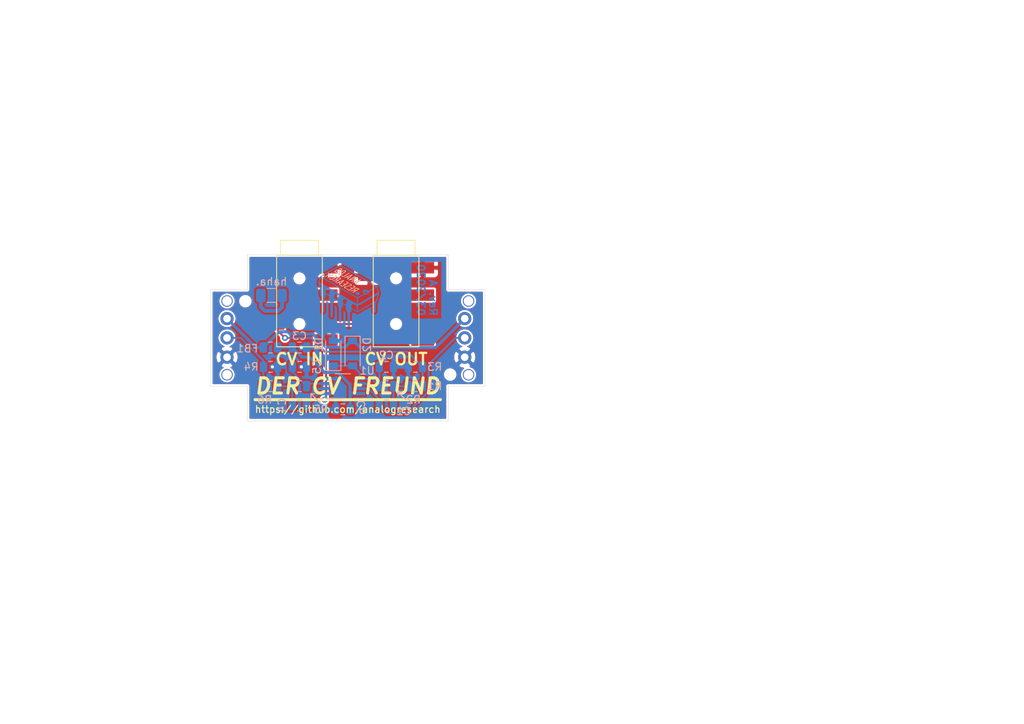
<source format=kicad_pcb>
(kicad_pcb (version 20171130) (host pcbnew "(5.1.4-0-10_14)")
  (layers (0 F.Cu signal) (31 B.Cu signal) (34 B.Paste user) (35 F.Paste user) (36 B.SilkS user) (37 F.SilkS user) (38 B.Mask user) (39 F.Mask user) (44 Edge.Cuts user))
  (net 0 "")
  (net 1 "Net-(C2-Pad2)")
  (net 2 GND)
  (net 3 "Net-(C4-Pad2)")
  (net 4 VCCQ)
  (net 5 VCC)
  (net 6 "Net-(J4-Pad2)")
  (net 7 "Net-(J1-PadR)")
  (net 8 "Net-(C1-Pad2)")
  (net 9 "Net-(C1-Pad1)")
  (net 10 "Net-(C4-Pad1)")
  (net 11 "Net-(C5-Pad2)")
  (net 12 "Net-(J1-PadT)")
  (net 13 "Net-(J3-PadTN)")
  (net 14 "Net-(J3-PadR)")
  (net 15 "Net-(R0-Pad1)")
  (module Resistor_SMD:R_1206_3216Metric (layer B.Cu) (at 116.97 83.312)
    (fp_text reference R0 hide)
    (fp_text value haha. (at 0 -1.82) (layer B.SilkS) (effects (justify mirror)))
    (pad 2 smd roundrect (at 1.4 0) (size 1.25 1.75) (layers B.Cu B.Paste B.Mask) (roundrect_rratio 0.2) (net 15 "Net-(R0-Pad1)"))
    (pad 1 smd roundrect (at -1.4 0) (size 1.25 1.75) (layers B.Cu B.Paste B.Mask) (roundrect_rratio 0.2) (net 15 "Net-(R0-Pad1)"))
  )
  (module stef:logo-analogresearch-10mm (layer B.Cu) (at 127 83.312 180)
    (fp_text reference Ref** hide)
    (fp_text value Val** hide)
    (fp_poly (pts (xy 0.994283 4.002823) (xy 1.02328 3.990577) (xy 1.069484 3.967825) (xy 1.133964 3.933973) (xy 1.217788 3.888425) (xy 1.322027 3.830586) (xy 1.447749 3.759859) (xy 1.596023 3.675651) (xy 1.767918 3.577364) (xy 1.964504 3.464404) (xy 2.18685 3.336176) (xy 2.301955 3.269655) (xy 2.48834 3.161822) (xy 2.666971 3.058365) (xy 2.835925 2.960407) (xy 2.993275 2.869066) (xy 3.137099 2.785465) (xy 3.26547 2.710724) (xy 3.376464 2.645965) (xy 3.468156 2.592307) (xy 3.538621 2.550873) (xy 3.585936 2.522782) (xy 3.608174 2.509157) (xy 3.609606 2.508126) (xy 3.617878 2.489815) (xy 3.633856 2.445333) (xy 3.656141 2.378926) (xy 3.683331 2.294841) (xy 3.714027 2.197322) (xy 3.740575 2.111145) (xy 3.781002 1.978303) (xy 3.812556 1.870068) (xy 3.835316 1.780584) (xy 3.849362 1.703997) (xy 3.854772 1.63445) (xy 3.851625 1.566089) (xy 3.840001 1.493057) (xy 3.819978 1.409501) (xy 3.791635 1.309564) (xy 3.755052 1.187392) (xy 3.753128 1.180996) (xy 3.722098 1.079902) (xy 3.692731 0.988154) (xy 3.666629 0.910445) (xy 3.64539 0.85147) (xy 3.630615 0.815923) (xy 3.626128 0.808375) (xy 3.618646 0.794171) (xy 3.612938 0.767928) (xy 3.608795 0.72601) (xy 3.60601 0.664782) (xy 3.604376 0.580609) (xy 3.603684 0.469853) (xy 3.603625 0.414587) (xy 3.603625 0.045861) (xy 3.515386 -0.104069) (xy 3.478424 -0.164691) (xy 3.446185 -0.213559) (xy 3.42253 -0.245062) (xy 3.412198 -0.254) (xy 3.409034 -0.269614) (xy 3.406191 -0.315416) (xy 3.403695 -0.389846) (xy 3.40157 -0.491343) (xy 3.39984 -0.618346) (xy 3.398531 -0.769295) (xy 3.397667 -0.942629) (xy 3.397273 -1.136788) (xy 3.39725 -1.199606) (xy 3.396967 -1.426223) (xy 3.396124 -1.623797) (xy 3.394726 -1.791924) (xy 3.392782 -1.930205) (xy 3.390297 -2.038235) (xy 3.387278 -2.115615) (xy 3.383732 -2.161941) (xy 3.380844 -2.175866) (xy 3.356871 -2.201939) (xy 3.316623 -2.230278) (xy 3.301153 -2.238807) (xy 3.237867 -2.271092) (xy 3.168652 -2.230529) (xy 3.119802 -2.195483) (xy 3.0948 -2.15894) (xy 3.089593 -2.140749) (xy 3.087749 -2.115955) (xy 3.086011 -2.062476) (xy 3.084411 -1.983378) (xy 3.082983 -1.881726) (xy 3.08176 -1.760585) (xy 3.080775 -1.62302) (xy 3.08006 -1.472098) (xy 3.079649 -1.310882) (xy 3.079561 -1.208484) (xy 3.079373 -0.325437) (xy 2.984311 -0.273221) (xy 2.88925 -0.221005) (xy 2.88925 -0.039065) (xy 2.888471 0.032679) (xy 2.886354 0.09109) (xy 2.883228 0.129891) (xy 2.879692 0.142875) (xy 2.86323 0.135363) (xy 2.824495 0.114719) (xy 2.768658 0.08378) (xy 2.700887 0.045385) (xy 2.673317 0.029567) (xy 2.4765 -0.083741) (xy 2.4765 -0.61815) (xy 2.397029 -0.752697) (xy 2.36154 -0.811143) (xy 2.330721 -0.858917) (xy 2.308848 -0.88954) (xy 2.301779 -0.896996) (xy 2.298109 -0.915117) (xy 2.294834 -0.964142) (xy 2.291971 -1.043228) (xy 2.289534 -1.151533) (xy 2.28754 -1.288212) (xy 2.286005 -1.452423) (xy 2.284943 -1.643323) (xy 2.284417 -1.83053) (xy 2.283943 -1.999965) (xy 2.283137 -2.160705) (xy 2.282038 -2.309803) (xy 2.280685 -2.444311) (xy 2.279117 -2.56128) (xy 2.277371 -2.657764) (xy 2.275487 -2.730813) (xy 2.273502 -2.77748) (xy 2.271826 -2.794) (xy 2.248316 -2.830106) (xy 2.2015 -2.866231) (xy 2.191804 -2.871825) (xy 2.122791 -2.909963) (xy 2.054633 -2.87273) (xy 2.012542 -2.844285) (xy 1.983749 -2.814741) (xy 1.977704 -2.802842) (xy 1.976077 -2.781269) (xy 1.974539 -2.730911) (xy 1.973121 -2.654734) (xy 1.971851 -2.555703) (xy 1.970757 -2.436783) (xy 1.969868 -2.30094) (xy 1.969213 -2.15114) (xy 1.96882 -1.990346) (xy 1.968716 -1.872662) (xy 1.9685 -0.975137) (xy 1.865312 -0.915789) (xy 1.762125 -0.856441) (xy 1.762125 -0.68222) (xy 1.761443 -0.612135) (xy 1.759595 -0.555521) (xy 1.756877 -0.518792) (xy 1.754104 -0.508) (xy 1.738182 -0.515446) (xy 1.699854 -0.535917) (xy 1.644239 -0.566609) (xy 1.576454 -0.604719) (xy 1.547729 -0.621041) (xy 1.349375 -0.734082) (xy 1.349375 -1.267015) (xy 1.269415 -1.402869) (xy 1.23393 -1.461579) (xy 1.203171 -1.509586) (xy 1.181354 -1.540458) (xy 1.174165 -1.548173) (xy 1.170788 -1.566008) (xy 1.167783 -1.614177) (xy 1.165173 -1.691264) (xy 1.162982 -1.795855) (xy 1.161233 -1.926535) (xy 1.15995 -2.081889) (xy 1.159156 -2.260502) (xy 1.158875 -2.46096) (xy 1.158875 -2.467515) (xy 1.158698 -2.636104) (xy 1.15819 -2.796343) (xy 1.157384 -2.94521) (xy 1.156311 -3.079681) (xy 1.155003 -3.196733) (xy 1.153494 -3.293344) (xy 1.151815 -3.36649) (xy 1.149999 -3.413149) (xy 1.148584 -3.428857) (xy 1.132103 -3.469343) (xy 1.096064 -3.505489) (xy 1.066601 -3.525774) (xy 0.994908 -3.57124) (xy 0.937985 -3.537372) (xy 0.896743 -3.509869) (xy 0.865762 -3.484083) (xy 0.861218 -3.479093) (xy 0.856799 -3.466721) (xy 0.853033 -3.439985) (xy 0.84988 -3.396881) (xy 0.847297 -3.335407) (xy 0.845241 -3.253561) (xy 0.84367 -3.14934) (xy 0.842541 -3.02074) (xy 0.841813 -2.865761) (xy 0.841443 -2.682398) (xy 0.841375 -2.540347) (xy 0.841375 -1.626012) (xy 0.738187 -1.566664) (xy 0.635 -1.507316) (xy 0.635 -1.331772) (xy 0.633797 -1.261141) (xy 0.630522 -1.205396) (xy 0.625671 -1.170451) (xy 0.620675 -1.16152) (xy 0.602159 -1.170885) (xy 0.561601 -1.192776) (xy 0.504617 -1.224125) (xy 0.436818 -1.261862) (xy 0.422287 -1.27) (xy 0.238224 -1.373187) (xy 0.238174 -1.635456) (xy 0.238125 -1.897726) (xy 0.164704 -2.024394) (xy 0.128536 -2.0848) (xy 0.094708 -2.137842) (xy 0.068678 -2.175081) (xy 0.061517 -2.183835) (xy 0.055212 -2.191995) (xy 0.049864 -2.203147) (xy 0.045396 -2.21979) (xy 0.041727 -2.244424) (xy 0.038781 -2.279551) (xy 0.036477 -2.327669) (xy 0.034738 -2.391279) (xy 0.033485 -2.472881) (xy 0.032639 -2.574976) (xy 0.032121 -2.700062) (xy 0.031854 -2.850642) (xy 0.031758 -3.029213) (xy 0.03175 -3.130382) (xy 0.031587 -3.299185) (xy 0.03112 -3.459524) (xy 0.030378 -3.608398) (xy 0.02939 -3.742809) (xy 0.028187 -3.859759) (xy 0.026798 -3.956246) (xy 0.025252 -4.029274) (xy 0.02358 -4.075842) (xy 0.022235 -4.091728) (xy 0.001183 -4.135567) (xy -0.045868 -4.172224) (xy -0.047395 -4.173088) (xy -0.096687 -4.197687) (xy -0.133841 -4.204025) (xy -0.172725 -4.192054) (xy -0.208808 -4.172517) (xy -0.257028 -4.133089) (xy -0.276277 -4.091523) (xy -0.278045 -4.067098) (xy -0.279706 -4.013975) (xy -0.281229 -3.935205) (xy -0.282582 -3.833838) (xy -0.283736 -3.712928) (xy -0.284658 -3.575524) (xy -0.285317 -3.424678) (xy -0.285684 -3.263442) (xy -0.28575 -3.158215) (xy -0.28575 -2.272274) (xy -0.380539 -2.220163) (xy -0.475328 -2.168053) (xy -0.479758 -1.981319) (xy -0.484188 -1.794586) (xy -0.871088 -2.016223) (xy -0.971601 -2.073418) (xy -1.0631 -2.124747) (xy -1.142002 -2.16826) (xy -1.204719 -2.202003) (xy -1.247668 -2.224025) (xy -1.267263 -2.232373) (xy -1.267963 -2.232327) (xy -1.283495 -2.223423) (xy -1.323495 -2.200412) (xy -1.384926 -2.165043) (xy -1.464751 -2.119067) (xy -1.526876 -2.083276) (xy -1.2065 -2.083276) (xy -1.170782 -2.060415) (xy -1.147183 -2.046274) (xy -1.100317 -2.018982) (xy -1.034535 -1.981043) (xy -0.954191 -1.934963) (xy -0.863637 -1.883248) (xy -0.805657 -1.850238) (xy -0.47625 -1.662924) (xy -0.47625 -1.505787) (xy -0.476734 -1.433132) (xy -0.479871 -1.381909) (xy -0.488188 -1.341801) (xy -0.504212 -1.302489) (xy -0.530472 -1.253656) (xy -0.543719 -1.230351) (xy -0.577388 -1.175338) (xy -0.608403 -1.131672) (xy -0.631551 -1.106466) (xy -0.636794 -1.103334) (xy -0.659159 -1.108138) (xy -0.705124 -1.127813) (xy -0.771211 -1.160646) (xy -0.853945 -1.204925) (xy -0.93388 -1.249777) (xy -1.205362 -1.404937) (xy -1.205931 -1.744107) (xy -1.2065 -2.083276) (xy -1.526876 -2.083276) (xy -1.559931 -2.064233) (xy -1.667428 -2.002291) (xy -1.784205 -1.93499) (xy -1.808999 -1.9207) (xy -1.927897 -1.852474) (xy -2.038776 -1.789433) (xy -2.138499 -1.733319) (xy -2.223927 -1.685871) (xy -2.291921 -1.64883) (xy -2.339343 -1.623937) (xy -2.363055 -1.612932) (xy -2.364624 -1.612554) (xy -2.403577 -1.601027) (xy -2.45286 -1.576437) (xy -2.498758 -1.546453) (xy -2.524125 -1.523371) (xy -2.543638 -1.50824) (xy -2.587065 -1.479725) (xy -2.650697 -1.440092) (xy -2.730824 -1.391608) (xy -2.823736 -1.33654) (xy -2.925724 -1.277156) (xy -2.948782 -1.263869) (xy -3.349625 -1.033319) (xy -3.350741 -1.584253) (xy -3.351316 -1.714432) (xy -3.352443 -1.835259) (xy -3.354042 -1.942877) (xy -3.356032 -2.033428) (xy -3.358329 -2.103053) (xy -3.360853 -2.147894) (xy -3.362997 -2.163371) (xy -3.382825 -2.188379) (xy -3.41966 -2.218224) (xy -3.437164 -2.229594) (xy -3.500191 -2.267633) (xy -3.57439 -2.225924) (xy -3.625019 -2.191878) (xy -3.651412 -2.158094) (xy -3.657857 -2.137873) (xy -3.659916 -2.112015) (xy -3.661816 -2.05815) (xy -3.663506 -1.980022) (xy -3.664932 -1.881372) (xy -3.666044 -1.765944) (xy -3.666789 -1.63748) (xy -3.667115 -1.499724) (xy -3.667126 -1.47009) (xy -3.667126 -0.848649) (xy -3.738563 -0.809625) (xy -3.778945 -0.787173) (xy -3.804844 -0.772019) (xy -3.81 -0.768374) (xy -3.814433 -0.753227) (xy -3.827012 -0.711277) (xy -3.846657 -0.646098) (xy -3.872287 -0.561269) (xy -3.902822 -0.460364) (xy -3.937183 -0.34696) (xy -3.960813 -0.269043) (xy -4.007335 -0.113969) (xy -4.044381 0.01358) (xy -4.067849 0.09885) (xy -3.948854 0.09885) (xy -3.945688 0.080317) (xy -3.934322 0.036531) (xy -3.916281 -0.02754) (xy -3.893089 -0.106927) (xy -3.866273 -0.196659) (xy -3.837356 -0.291767) (xy -3.807864 -0.387281) (xy -3.779322 -0.478232) (xy -3.753254 -0.55965) (xy -3.731187 -0.626565) (xy -3.714644 -0.674009) (xy -3.70515 -0.69701) (xy -3.70427 -0.698207) (xy -3.688599 -0.70796) (xy -3.647652 -0.732213) (xy -3.583686 -0.769659) (xy -3.498958 -0.818987) (xy -3.395725 -0.878889) (xy -3.276245 -0.948056) (xy -3.142776 -1.02518) (xy -2.997575 -1.108952) (xy -2.842899 -1.198063) (xy -2.738438 -1.258176) (xy -2.571516 -1.354199) (xy -2.407016 -1.448844) (xy -2.247925 -1.540392) (xy -2.09723 -1.627122) (xy -1.957917 -1.707317) (xy -1.832975 -1.779255) (xy -1.725391 -1.841217) (xy -1.638151 -1.891484) (xy -1.574242 -1.928336) (xy -1.55575 -1.93901) (xy -1.325563 -2.071959) (xy -1.321272 -1.740093) (xy -1.320189 -1.641036) (xy -1.319609 -1.553406) (xy -1.319532 -1.481924) (xy -1.319958 -1.431308) (xy -1.320887 -1.406275) (xy -1.321272 -1.404451) (xy -1.338545 -1.393373) (xy -1.380718 -1.368153) (xy -1.445487 -1.330111) (xy -1.530552 -1.280563) (xy -1.633608 -1.220826) (xy -1.752355 -1.152217) (xy -1.88449 -1.076054) (xy -2.027709 -0.993654) (xy -2.179713 -0.906334) (xy -2.338197 -0.815411) (xy -2.500859 -0.722203) (xy -2.665398 -0.628026) (xy -2.829511 -0.534199) (xy -2.990895 -0.442037) (xy -3.147249 -0.352858) (xy -3.296269 -0.26798) (xy -3.435655 -0.18872) (xy -3.563103 -0.116394) (xy -3.676311 -0.052321) (xy -3.772977 0.002184) (xy -3.850799 0.045802) (xy -3.907474 0.077216) (xy -3.9407 0.095109) (xy -3.948854 0.09885) (xy -4.067849 0.09885) (xy -4.072615 0.116165) (xy -4.0927 0.196349) (xy -4.105299 0.256695) (xy -4.108431 0.280057) (xy -3.995611 0.280057) (xy -3.987348 0.268754) (xy -3.957767 0.247344) (xy -3.918761 0.223667) (xy -3.892612 0.20866) (xy -3.841096 0.178964) (xy -3.766325 0.1358) (xy -3.670409 0.080388) (xy -3.555459 0.013947) (xy -3.423586 -0.0623) (xy -3.2769 -0.147135) (xy -3.117511 -0.239337) (xy -2.947531 -0.337686) (xy -2.76907 -0.44096) (xy -2.587625 -0.54598) (xy -2.404824 -0.651713) (xy -2.229766 -0.75281) (xy -2.064411 -0.848146) (xy -1.910722 -0.936599) (xy -1.77066 -1.017044) (xy -1.646186 -1.088359) (xy -1.539262 -1.149418) (xy -1.451849 -1.199099) (xy -1.385909 -1.236277) (xy -1.343403 -1.25983) (xy -1.326293 -1.268634) (xy -1.32613 -1.268667) (xy -1.325964 -1.268262) (xy -1.208182 -1.268262) (xy -1.19879 -1.267838) (xy -1.168083 -1.253776) (xy -1.114554 -1.225323) (xy -1.036693 -1.181727) (xy -0.951356 -1.132838) (xy -0.874444 -1.087814) (xy -0.808788 -1.048105) (xy -0.758659 -1.016396) (xy -0.728324 -0.995376) (xy -0.721255 -0.987953) (xy -0.736319 -0.993199) (xy -0.773263 -1.011483) (xy -0.826611 -1.039726) (xy -0.890887 -1.07485) (xy -0.960616 -1.113778) (xy -1.03032 -1.153431) (xy -1.094525 -1.190731) (xy -1.147754 -1.222601) (xy -1.184531 -1.245961) (xy -1.197769 -1.255802) (xy -1.208182 -1.268262) (xy -1.325964 -1.268262) (xy -1.323105 -1.261325) (xy -1.334067 -1.248557) (xy -1.352182 -1.236511) (xy -1.395156 -1.210332) (xy -1.460699 -1.171334) (xy -1.546521 -1.120833) (xy -1.650333 -1.060143) (xy -1.769844 -0.99058) (xy -1.902766 -0.913459) (xy -2.046809 -0.830095) (xy -2.199682 -0.741802) (xy -2.359097 -0.649896) (xy -2.522762 -0.555693) (xy -2.68839 -0.460506) (xy -2.853689 -0.365651) (xy -3.016371 -0.272444) (xy -3.174145 -0.182198) (xy -3.324722 -0.09623) (xy -3.465812 -0.015854) (xy -3.595126 0.057614) (xy -3.710373 0.12286) (xy -3.809264 0.178569) (xy -3.88951 0.223425) (xy -3.94882 0.256113) (xy -3.984905 0.275319) (xy -3.995611 0.280057) (xy -4.108431 0.280057) (xy -4.111074 0.299764) (xy -4.111625 0.313601) (xy -4.107951 0.35594) (xy -4.096504 0.416962) (xy -4.096067 0.418773) (xy -3.977352 0.418773) (xy -3.976784 0.415471) (xy -3.961804 0.406179) (xy -3.921219 0.382131) (xy -3.856928 0.344429) (xy -3.770829 0.294177) (xy -3.664823 0.232479) (xy -3.540808 0.160436) (xy -3.400684 0.079152) (xy -3.246351 -0.01027) (xy -3.079708 -0.106726) (xy -2.902654 -0.209115) (xy -2.717088 -0.316332) (xy -2.645855 -0.357465) (xy -1.325563 -1.119744) (xy -1.321305 -0.739548) (xy -1.320603 -0.632696) (xy -1.320914 -0.536514) (xy -1.322145 -0.455516) (xy -1.324207 -0.394218) (xy -1.327007 -0.357134) (xy -1.328068 -0.352841) (xy -1.2065 -0.352841) (xy -1.2065 -1.129714) (xy -1.154907 -1.098643) (xy -1.128959 -1.083329) (xy -1.079201 -1.054249) (xy -1.009302 -1.013536) (xy -0.922934 -0.963327) (xy -0.823767 -0.905754) (xy -0.715472 -0.842954) (xy -0.642938 -0.800929) (xy -0.521384 -0.730558) (xy -0.450938 -0.689807) (xy 0.034806 -0.689807) (xy 0.097396 -0.764563) (xy 0.140839 -0.831207) (xy 0.180431 -0.918344) (xy 0.212293 -1.014719) (xy 0.232548 -1.109077) (xy 0.237791 -1.172104) (xy 0.240946 -1.212422) (xy 0.248523 -1.234234) (xy 0.252706 -1.235604) (xy 0.271317 -1.226218) (xy 0.311932 -1.204277) (xy 0.368926 -1.172861) (xy 0.43667 -1.135054) (xy 0.450786 -1.127125) (xy 0.634284 -1.023937) (xy 0.634331 -0.849312) (xy 0.633983 -0.772256) (xy 0.631631 -0.718136) (xy 0.625386 -0.678136) (xy 0.613359 -0.643442) (xy 0.593661 -0.60524) (xy 0.575157 -0.573165) (xy 0.542981 -0.521373) (xy 0.513715 -0.48007) (xy 0.493287 -0.457566) (xy 0.492125 -0.456771) (xy 0.473817 -0.455504) (xy 0.439576 -0.466729) (xy 0.386466 -0.491779) (xy 0.311548 -0.531985) (xy 0.251559 -0.565853) (xy 0.034806 -0.689807) (xy -0.450938 -0.689807) (xy -0.398317 -0.659368) (xy -0.29269 -0.598313) (xy -0.058049 -0.598313) (xy -0.057065 -0.602788) (xy -0.052553 -0.60325) (xy -0.033321 -0.595659) (xy 0.00826 -0.574675) (xy 0.067164 -0.542983) (xy 0.138362 -0.503267) (xy 0.189529 -0.474028) (xy 0.264029 -0.430385) (xy 0.327127 -0.392121) (xy 0.374428 -0.362006) (xy 0.401539 -0.342812) (xy 0.406162 -0.337371) (xy 0.390517 -0.342165) (xy 0.352431 -0.360342) (xy 0.296914 -0.389334) (xy 0.228976 -0.426569) (xy 0.195394 -0.445495) (xy 0.100676 -0.499548) (xy 0.030846 -0.540027) (xy -0.016968 -0.568762) (xy -0.045642 -0.587581) (xy -0.058049 -0.598313) (xy -0.29269 -0.598313) (xy -0.279122 -0.590471) (xy -0.16918 -0.526975) (xy -0.073877 -0.471991) (xy 0.001404 -0.428629) (xy 0.023812 -0.415748) (xy 0.14032 -0.348779) (xy 0.280918 -0.267879) (xy 0.44221 -0.175007) (xy 0.620799 -0.072122) (xy 0.674658 -0.041081) (xy 1.162989 -0.041081) (xy 1.223519 -0.116526) (xy 1.285758 -0.219082) (xy 1.326715 -0.344923) (xy 1.345943 -0.488099) (xy 1.352839 -0.603136) (xy 1.450326 -0.547287) (xy 1.517145 -0.509325) (xy 1.593781 -0.466248) (xy 1.654862 -0.432251) (xy 1.761912 -0.373062) (xy 1.762018 -0.201212) (xy 1.762125 -0.029363) (xy 1.695898 0.082113) (xy 1.662936 0.134837) (xy 1.63411 0.176028) (xy 1.614468 0.198613) (xy 1.61133 0.200628) (xy 1.591934 0.19546) (xy 1.550409 0.176597) (xy 1.491888 0.146618) (xy 1.421501 0.108104) (xy 1.377989 0.083292) (xy 1.162989 -0.041081) (xy 0.674658 -0.041081) (xy 0.813289 0.038817) (xy 0.837016 0.052497) (xy 1.068946 0.052497) (xy 1.069963 0.04806) (xy 1.074293 0.047625) (xy 1.093445 0.055176) (xy 1.135001 0.076051) (xy 1.193938 0.107582) (xy 1.265231 0.147102) (xy 1.316831 0.17639) (xy 1.391489 0.21987) (xy 1.454688 0.258052) (xy 1.502039 0.288172) (xy 1.529154 0.307466) (xy 1.533744 0.313047) (xy 1.517936 0.308413) (xy 1.479709 0.290368) (xy 1.424085 0.261473) (xy 1.356084 0.224287) (xy 1.322519 0.20538) (xy 1.227752 0.151298) (xy 1.157881 0.110793) (xy 1.110035 0.08204) (xy 1.081347 0.063216) (xy 1.068946 0.052497) (xy 0.837016 0.052497) (xy 1.016282 0.15585) (xy 1.226382 0.277017) (xy 1.440193 0.400361) (xy 1.654316 0.523922) (xy 1.798734 0.607284) (xy 2.285523 0.607284) (xy 2.349173 0.530259) (xy 2.409771 0.435973) (xy 2.450089 0.322937) (xy 2.47131 0.187644) (xy 2.473068 0.162776) (xy 2.479964 0.047739) (xy 2.577451 0.103588) (xy 2.64427 0.14155) (xy 2.720906 0.184627) (xy 2.781987 0.218624) (xy 2.889037 0.277813) (xy 2.889143 0.441044) (xy 2.888787 0.515032) (xy 2.886027 0.567143) (xy 2.8785 0.607251) (xy 2.863845 0.645228) (xy 2.839697 0.690947) (xy 2.821781 0.722501) (xy 2.78899 0.777149) (xy 2.760085 0.820308) (xy 2.739841 0.845018) (xy 2.735602 0.848055) (xy 2.716063 0.843017) (xy 2.674371 0.824322) (xy 2.615669 0.794531) (xy 2.5451 0.756206) (xy 2.501208 0.731334) (xy 2.285523 0.607284) (xy 1.798734 0.607284) (xy 1.865357 0.64574) (xy 1.948335 0.693653) (xy 2.19075 0.693653) (xy 2.202685 0.692229) (xy 2.232852 0.70501) (xy 2.250281 0.714694) (xy 2.287117 0.736245) (xy 2.343866 0.76917) (xy 2.412897 0.809053) (xy 2.486579 0.851475) (xy 2.489245 0.853007) (xy 2.555252 0.891818) (xy 2.60911 0.925178) (xy 2.645958 0.949947) (xy 2.660939 0.962985) (xy 2.660878 0.963914) (xy 2.64496 0.959442) (xy 2.607474 0.941529) (xy 2.553918 0.913333) (xy 2.489788 0.878016) (xy 2.42058 0.838736) (xy 2.351792 0.798653) (xy 2.28892 0.760928) (xy 2.23746 0.72872) (xy 2.202909 0.705189) (xy 2.19075 0.693653) (xy 1.948335 0.693653) (xy 2.069917 0.763856) (xy 2.2646 0.876311) (xy 2.446009 0.981146) (xy 2.587625 1.063028) (xy 2.738593 1.150329) (xy 2.886477 1.23582) (xy 2.913246 1.251291) (xy 3.429 1.251291) (xy 3.438609 1.231073) (xy 3.463239 1.196522) (xy 3.48371 1.171444) (xy 3.517841 1.124433) (xy 3.542706 1.077257) (xy 3.549076 1.057795) (xy 3.5613 1.010822) (xy 3.572461 0.995075) (xy 3.584602 1.010181) (xy 3.597794 1.048942) (xy 3.611515 1.095297) (xy 3.631167 1.161172) (xy 3.653499 1.235693) (xy 3.664996 1.273928) (xy 3.683359 1.337496) (xy 3.696238 1.387232) (xy 3.702164 1.417102) (xy 3.701261 1.422899) (xy 3.594746 1.362365) (xy 3.513848 1.314174) (xy 3.45938 1.278839) (xy 3.432154 1.256871) (xy 3.429 1.251291) (xy 2.913246 1.251291) (xy 3.02805 1.317639) (xy 3.066504 1.339856) (xy 3.302 1.339856) (xy 3.305659 1.334884) (xy 3.318996 1.337504) (xy 3.345552 1.349487) (xy 3.388865 1.372607) (xy 3.452477 1.408633) (xy 3.535112 1.456532) (xy 3.607916 1.499811) (xy 3.669877 1.538249) (xy 3.716267 1.568782) (xy 3.742355 1.588349) (xy 3.746336 1.593295) (xy 3.735313 1.596148) (xy 3.710781 1.584302) (xy 3.683996 1.568055) (xy 3.636049 1.539725) (xy 3.573307 1.503045) (xy 3.502135 1.461753) (xy 3.488531 1.453894) (xy 3.4204 1.414121) (xy 3.363422 1.380018) (xy 3.322617 1.354654) (xy 3.303008 1.341099) (xy 3.302 1.339856) (xy 3.066504 1.339856) (xy 3.160086 1.393922) (xy 3.279358 1.462805) (xy 3.382641 1.522425) (xy 3.466708 1.570918) (xy 3.528332 1.606422) (xy 3.551905 1.619975) (xy 3.618736 1.659845) (xy 3.67419 1.695787) (xy 3.71306 1.724211) (xy 3.730137 1.741529) (xy 3.730499 1.743032) (xy 3.726045 1.765343) (xy 3.713743 1.811743) (xy 3.695339 1.876516) (xy 3.672579 1.953945) (xy 3.647206 2.038313) (xy 3.620967 2.123904) (xy 3.595607 2.205) (xy 3.57287 2.275884) (xy 3.554501 2.330841) (xy 3.542247 2.364153) (xy 3.538749 2.371174) (xy 3.523975 2.364826) (xy 3.48315 2.343345) (xy 3.417683 2.307534) (xy 3.328984 2.258197) (xy 3.218461 2.196135) (xy 3.087525 2.122152) (xy 2.937585 2.037052) (xy 2.77005 1.941637) (xy 2.58633 1.83671) (xy 2.387835 1.723074) (xy 2.175973 1.601532) (xy 1.952154 1.472888) (xy 1.717789 1.337944) (xy 1.474285 1.197503) (xy 1.223053 1.052368) (xy 1.16022 1.016034) (xy -1.2065 -0.352841) (xy -1.328068 -0.352841) (xy -1.329243 -0.34809) (xy -1.347494 -0.335887) (xy -1.388949 -0.310645) (xy -1.449684 -0.274614) (xy -1.525778 -0.230044) (xy -1.613307 -0.179183) (xy -1.708351 -0.124282) (xy -1.806986 -0.06759) (xy -1.905289 -0.011357) (xy -1.99934 0.042168) (xy -2.085215 0.090735) (xy -2.158991 0.132094) (xy -2.216747 0.163997) (xy -2.254561 0.184192) (xy -2.268325 0.1905) (xy -2.280508 0.176627) (xy -2.288698 0.142987) (xy -2.288963 0.140508) (xy -2.294506 0.106123) (xy -2.3054 0.084151) (xy -2.32509 0.075292) (xy -2.357024 0.080242) (xy -2.404647 0.0997) (xy -2.471404 0.134362) (xy -2.560743 0.184927) (xy -2.588914 0.201241) (xy -2.833688 0.343375) (xy -2.833688 0.381) (xy -2.66685 0.381) (xy -2.65407 0.370442) (xy -2.620687 0.348901) (xy -2.573972 0.320599) (xy -2.521195 0.289755) (xy -2.469627 0.260592) (xy -2.426538 0.237329) (xy -2.399199 0.224187) (xy -2.394163 0.222701) (xy -2.385383 0.236257) (xy -2.378672 0.269858) (xy -2.378288 0.273535) (xy -2.371981 0.302896) (xy -2.355471 0.327172) (xy -2.322451 0.352926) (xy -2.273188 0.382921) (xy -2.222954 0.412582) (xy -2.184053 0.436505) (xy -2.164222 0.449919) (xy -2.163594 0.45049) (xy -2.17067 0.461663) (xy -2.199615 0.478675) (xy -2.216094 0.486148) (xy -2.252851 0.499321) (xy -2.288434 0.504488) (xy -2.333673 0.502045) (xy -2.397125 0.492762) (xy -2.455474 0.479649) (xy -2.518307 0.459999) (xy -2.578182 0.436897) (xy -2.627659 0.413425) (xy -2.659296 0.392667) (xy -2.66685 0.381) (xy -2.833688 0.381) (xy -2.833688 0.503707) (xy -2.714625 0.503707) (xy -2.702313 0.502793) (xy -2.67053 0.515389) (xy -2.639219 0.531614) (xy -2.587863 0.554559) (xy -2.517995 0.57825) (xy -2.442465 0.598473) (xy -2.421337 0.603087) (xy -2.278862 0.632356) (xy -2.184509 0.594017) (xy -2.123977 0.57152) (xy -2.0901 0.564428) (xy -2.081723 0.572833) (xy -2.097688 0.596829) (xy -2.101108 0.600676) (xy -2.138106 0.62459) (xy -2.196504 0.644335) (xy -2.266017 0.65772) (xy -2.336357 0.662552) (xy -2.379058 0.659883) (xy -2.420062 0.649813) (xy -2.475064 0.630332) (xy -2.537031 0.604715) (xy -2.598929 0.576235) (xy -2.653725 0.548165) (xy -2.694385 0.523778) (xy -2.713876 0.506348) (xy -2.714625 0.503707) (xy -2.833688 0.503707) (xy -2.833688 0.523913) (xy -3.262313 0.771279) (xy -3.370614 0.833839) (xy -3.472054 0.892547) (xy -3.562811 0.945181) (xy -3.639063 0.989522) (xy -3.696989 1.023348) (xy -3.732765 1.04444) (xy -3.740052 1.048835) (xy -3.789167 1.079025) (xy -3.888294 0.752577) (xy -3.917003 0.655999) (xy -3.94146 0.569768) (xy -3.960469 0.498446) (xy -3.972832 0.446594) (xy -3.977352 0.418773) (xy -4.096067 0.418773) (xy -4.076647 0.499225) (xy -4.047745 0.605281) (xy -4.009161 0.737688) (xy -3.990686 0.799222) (xy -3.880851 1.162569) (xy -3.694652 1.162569) (xy -3.682297 1.152173) (xy -3.645517 1.12795) (xy -3.587457 1.091811) (xy -3.511265 1.045667) (xy -3.42009 0.99143) (xy -3.317079 0.931012) (xy -3.234277 0.882981) (xy -2.770188 0.615025) (xy -2.660088 0.674539) (xy -2.58634 0.709315) (xy -2.502648 0.741279) (xy -2.433869 0.761719) (xy -2.373321 0.775258) (xy -2.328611 0.781138) (xy -2.286723 0.77929) (xy -2.234636 0.769649) (xy -2.194719 0.760481) (xy -2.128589 0.743261) (xy -2.083338 0.725575) (xy -2.048489 0.701954) (xy -2.013568 0.666933) (xy -2.011879 0.66506) (xy -1.977322 0.623639) (xy -1.961306 0.592704) (xy -1.959279 0.560951) (xy -1.962067 0.541365) (xy -1.976125 0.485868) (xy -1.999943 0.440862) (xy -2.038939 0.400108) (xy -2.098532 0.357364) (xy -2.14799 0.32725) (xy -2.208417 0.291803) (xy -1.735246 0.0189) (xy -1.623857 -0.045075) (xy -1.521243 -0.103492) (xy -1.43062 -0.154562) (xy -1.355203 -0.196493) (xy -1.29821 -0.227495) (xy -1.262855 -0.245776) (xy -1.252297 -0.250033) (xy -1.23773 -0.241786) (xy -1.197098 -0.218454) (xy -1.131819 -0.180855) (xy -1.043309 -0.129809) (xy -0.932983 -0.066132) (xy -0.802257 0.009356) (xy -0.652549 0.095837) (xy -0.485274 0.192494) (xy -0.301848 0.298506) (xy -0.103688 0.413058) (xy 0.10779 0.535329) (xy 0.331171 0.664501) (xy 0.565038 0.799758) (xy 0.807975 0.940279) (xy 1.058565 1.085246) (xy 1.101674 1.110187) (xy 1.410322 1.288825) (xy 1.69244 1.452257) (xy 1.949036 1.60108) (xy 2.181117 1.735889) (xy 2.389691 1.857282) (xy 2.575766 1.965855) (xy 2.74035 2.062205) (xy 2.884451 2.146927) (xy 3.009077 2.220618) (xy 3.115235 2.283874) (xy 3.203933 2.337293) (xy 3.276179 2.38147) (xy 3.332981 2.417003) (xy 3.375347 2.444486) (xy 3.404284 2.464517) (xy 3.420801 2.477693) (xy 3.425905 2.484609) (xy 3.425527 2.485419) (xy 3.406998 2.497885) (xy 3.363629 2.524458) (xy 3.29784 2.563746) (xy 3.212051 2.61436) (xy 3.108684 2.674907) (xy 2.990157 2.743998) (xy 2.858892 2.820241) (xy 2.717308 2.902246) (xy 2.567825 2.988622) (xy 2.412864 3.077978) (xy 2.254846 3.168923) (xy 2.096189 3.260066) (xy 1.939315 3.350017) (xy 1.786643 3.437384) (xy 1.640594 3.520777) (xy 1.503588 3.598806) (xy 1.378045 3.670078) (xy 1.266386 3.733204) (xy 1.17103 3.786792) (xy 1.094398 3.829452) (xy 1.03891 3.859792) (xy 1.006986 3.876423) (xy 1.000125 3.879242) (xy 0.984168 3.871339) (xy 0.942543 3.848497) (xy 0.876972 3.811713) (xy 0.78918 3.761984) (xy 0.680889 3.700306) (xy 0.553823 3.627678) (xy 0.409704 3.545096) (xy 0.250257 3.453558) (xy 0.077205 3.35406) (xy -0.10773 3.247601) (xy -0.302823 3.135177) (xy -0.506352 3.017786) (xy -0.716593 2.896424) (xy -0.931822 2.772089) (xy -1.150318 2.645779) (xy -1.370355 2.518489) (xy -1.590211 2.391219) (xy -1.808163 2.264964) (xy -2.022487 2.140722) (xy -2.23146 2.01949) (xy -2.433359 1.902265) (xy -2.62646 1.790045) (xy -2.809039 1.683827) (xy -2.979375 1.584608) (xy -3.135743 1.493386) (xy -3.27642 1.411156) (xy -3.399683 1.338918) (xy -3.503808 1.277667) (xy -3.587072 1.228401) (xy -3.647752 1.192118) (xy -3.684125 1.169814) (xy -3.694652 1.162569) (xy -3.880851 1.162569) (xy -3.869746 1.199305) (xy -1.45756 2.595934) (xy -1.201879 2.743954) (xy -0.953422 2.88776) (xy -0.713596 3.026539) (xy -0.483809 3.159476) (xy -0.265471 3.285759) (xy -0.05999 3.404573) (xy 0.131227 3.515104) (xy 0.306769 3.616538) (xy 0.465229 3.708063) (xy 0.605199 3.788863) (xy 0.72527 3.858126) (xy 0.824032 3.915037) (xy 0.900079 3.958782) (xy 0.952001 3.988548) (xy 0.978391 4.003521) (xy 0.981424 4.00516) (xy 0.994283 4.002823)) (layer B.Cu) (width 0.01))
    (fp_poly (pts (xy -1.220709 0.424138) (xy -1.19497 0.419558) (xy -1.134024 0.406251) (xy -1.092895 0.390167) (xy -1.059834 0.365126) (xy -1.029608 0.332533) (xy -0.971777 0.265614) (xy -1.018208 0.192339) (xy -1.045815 0.152312) (xy -1.072617 0.126987) (xy -1.10896 0.109557) (xy -1.165187 0.09322) (xy -1.171288 0.091644) (xy -1.225488 0.078143) (xy -1.266486 0.068739) (xy -1.285694 0.0654) (xy -1.285875 0.065418) (xy -1.304401 0.068873) (xy -1.345018 0.07673) (xy -1.395033 0.086523) (xy -1.455763 0.101017) (xy -1.497165 0.119548) (xy -1.531565 0.148654) (xy -1.549219 0.168311) (xy -1.579704 0.206978) (xy -1.59914 0.237479) (xy -1.602779 0.24765) (xy -1.59443 0.269811) (xy -1.572509 0.306665) (xy -1.557075 0.329028) (xy -1.527563 0.365291) (xy -1.49688 0.388363) (xy -1.454058 0.404608) (xy -1.406638 0.416305) (xy -1.33949 0.428838) (xy -1.283421 0.431359) (xy -1.220709 0.424138)) (layer B.Cu) (width 0.01))
  )
  (module Diode_SMD:D_SOD-123 (layer B.Cu) (at 127.635 90.932 270)
    (fp_text reference D1 (at -1.142 4.445 270) (layer B.SilkS) (effects (justify mirror)))
    (fp_text value D_Schottky)
    (pad 2 smd rect (at 1.65 0 270) (size 0.9 1.2) (layers B.Cu B.Paste B.Mask) (net 1 "Net-(C2-Pad2)"))
    (pad 1 smd rect (at -1.65 0 270) (size 0.9 1.2) (layers B.Cu B.Paste B.Mask) (net 5 VCC))
  )
  (module stef:PJ-327A0-SMT (layer F.Cu) (at 133.35 84.074 270)
    (fp_text reference J3 hide)
    (fp_text value PJ-327A0-SMT)
    (pad "" np_thru_hole circle (at 3 0 270) (size 1.1 1.1) (drill 1.1) (layers *.Cu *.Mask))
    (pad "" np_thru_hole circle (at -3 0 270) (size 1.1 1.1) (drill 1.1) (layers *.Cu *.Mask))
    (pad TN smd rect (at 5.1 -3.5 270) (size 1.5 3) (layers F.Cu F.Paste F.Mask) (net 13 "Net-(J3-PadTN)"))
    (pad R smd rect (at -0.8 -3.5 270) (size 1.5 3) (layers F.Cu F.Paste F.Mask) (net 14 "Net-(J3-PadR)"))
    (pad S smd rect (at -4.4 -3.5 270) (size 1.5 3) (layers F.Cu F.Paste F.Mask) (net 2 GND))
    (pad G smd rect (at -3.4 3.5 270) (size 1.5 3) (layers F.Cu F.Paste F.Mask) (net 2 GND))
    (pad T smd rect (at 3 3.5 270) (size 1.5 3) (layers F.Cu F.Paste F.Mask) (net 10 "Net-(C4-Pad1)"))
  )
  (module Package_SO:VSSOP-8_3.0x3.0mm_P0.65mm (layer B.Cu) (at 126.365 95.25)
    (fp_text reference U1 (at 3.175 -2.032) (layer B.SilkS) (effects (justify mirror)))
    (fp_text value LMV612)
    (pad 8 smd rect (at 2.2 0.975 90) (size 0.45 1.45) (layers B.Cu B.Paste B.Mask) (net 4 VCCQ))
    (pad 7 smd rect (at 2.2 0.325 90) (size 0.45 1.45) (layers B.Cu B.Paste B.Mask) (net 9 "Net-(C1-Pad1)"))
    (pad 6 smd rect (at 2.2 -0.325 90) (size 0.45 1.45) (layers B.Cu B.Paste B.Mask) (net 9 "Net-(C1-Pad1)"))
    (pad 5 smd rect (at 2.2 -0.975 90) (size 0.45 1.45) (layers B.Cu B.Paste B.Mask) (net 1 "Net-(C2-Pad2)"))
    (pad 4 smd rect (at -2.2 -0.975 90) (size 0.45 1.45) (layers B.Cu B.Paste B.Mask) (net 2 GND))
    (pad 3 smd rect (at -2.2 -0.325 90) (size 0.45 1.45) (layers B.Cu B.Paste B.Mask) (net 11 "Net-(C5-Pad2)"))
    (pad 2 smd rect (at -2.2 0.325 90) (size 0.45 1.45) (layers B.Cu B.Paste B.Mask) (net 10 "Net-(C4-Pad1)"))
    (pad 1 smd rect (at -2.2 0.975 90) (size 0.45 1.45) (layers B.Cu B.Paste B.Mask) (net 10 "Net-(C4-Pad1)"))
  )
  (module Diode_SMD:D_SOD-123 (layer B.Cu) (at 125.095 90.932 90)
    (fp_text reference D2 (at 1.142 4.445 90) (layer B.SilkS) (effects (justify mirror)))
    (fp_text value D_Schottky)
    (pad 2 smd rect (at 1.65 0 90) (size 0.9 1.2) (layers B.Cu B.Paste B.Mask) (net 2 GND))
    (pad 1 smd rect (at -1.65 0 90) (size 0.9 1.2) (layers B.Cu B.Paste B.Mask) (net 1 "Net-(C2-Pad2)"))
  )
  (module Resistor_SMD:R_0805_2012Metric (layer B.Cu) (at 116.84 92.71)
    (fp_text reference R6 (at -0.762 4.318) (layer B.SilkS) (effects (justify mirror)))
    (fp_text value 1M)
    (pad 2 smd roundrect (at 0.9375 0) (size 0.975 1.4) (layers B.Cu B.Paste B.Mask) (net 2 GND))
    (pad 1 smd roundrect (at -0.9375 0) (size 0.975 1.4) (layers B.Cu B.Paste B.Mask) (net 6 "Net-(J4-Pad2)"))
  )
  (module Resistor_SMD:R_0805_2012Metric (layer B.Cu) (at 120.65 95.25 180)
    (fp_text reference R5 (at -2.794 -3.048) (layer B.SilkS) (effects (justify mirror)))
    (fp_text value 100k)
    (pad 2 smd roundrect (at 0.9375 0 180) (size 0.975 1.4) (layers B.Cu B.Paste B.Mask) (net 3 "Net-(C4-Pad2)"))
    (pad 1 smd roundrect (at -0.9375 0 180) (size 0.975 1.4) (layers B.Cu B.Paste B.Mask) (net 11 "Net-(C5-Pad2)"))
  )
  (module Resistor_SMD:R_0805_2012Metric (layer B.Cu) (at 116.84 95.25 180)
    (fp_text reference R4 (at 2.54 2.54 180) (layer B.SilkS) (effects (justify mirror)))
    (fp_text value 100k)
    (pad 2 smd roundrect (at 0.9375 0 180) (size 0.975 1.4) (layers B.Cu B.Paste B.Mask) (net 6 "Net-(J4-Pad2)"))
    (pad 1 smd roundrect (at -0.9375 0 180) (size 0.975 1.4) (layers B.Cu B.Paste B.Mask) (net 3 "Net-(C4-Pad2)"))
  )
  (module Resistor_SMD:R_0805_2012Metric (layer B.Cu) (at 135.89 92.71 180)
    (fp_text reference R3 (at -2.54 0) (layer B.SilkS) (effects (justify mirror)))
    (fp_text value 1M)
    (pad 2 smd roundrect (at 0.9375 0 180) (size 0.975 1.4) (layers B.Cu B.Paste B.Mask) (net 2 GND))
    (pad 1 smd roundrect (at -0.9375 0 180) (size 0.975 1.4) (layers B.Cu B.Paste B.Mask) (net 12 "Net-(J1-PadT)"))
  )
  (module Resistor_SMD:R_0805_2012Metric (layer B.Cu) (at 132.08 95.25)
    (fp_text reference R2 (at 3.556 1.778 180) (layer B.SilkS) (effects (justify mirror)))
    (fp_text value 100k)
    (pad 2 smd roundrect (at 0.9375 0) (size 0.975 1.4) (layers B.Cu B.Paste B.Mask) (net 8 "Net-(C1-Pad2)"))
    (pad 1 smd roundrect (at -0.9375 0) (size 0.975 1.4) (layers B.Cu B.Paste B.Mask) (net 1 "Net-(C2-Pad2)"))
  )
  (module Resistor_SMD:R_0805_2012Metric (layer B.Cu) (at 135.89 95.25)
    (fp_text reference R1 (at 2.54 0 180) (layer B.SilkS) (effects (justify mirror)))
    (fp_text value 100k)
    (pad 2 smd roundrect (at 0.9375 0) (size 0.975 1.4) (layers B.Cu B.Paste B.Mask) (net 12 "Net-(J1-PadT)"))
    (pad 1 smd roundrect (at -0.9375 0) (size 0.975 1.4) (layers B.Cu B.Paste B.Mask) (net 8 "Net-(C1-Pad2)"))
  )
  (module stef:bitsnaps_input (layer F.Cu) (at 111.125 88.9)
    (fp_text reference J4)
    (fp_text value "LB IN")
    (pad "" np_thru_hole circle (at 0 4.85) (size 1.5 1.5) (drill 1.25) (layers *.Cu *.Mask))
    (pad "" np_thru_hole circle (at 0 -4.85) (size 1.5 1.5) (drill 1.25) (layers *.Cu *.Mask))
    (pad 3 thru_hole circle (at 0 2.54) (size 1.75 1.75) (drill 1) (layers *.Cu *.Mask) (net 2 GND))
    (pad 2 thru_hole circle (at 0 0) (size 1.75 1.75) (drill 1) (layers *.Cu *.Mask) (net 6 "Net-(J4-Pad2)"))
    (pad 1 thru_hole circle (at 0 -2.54) (size 1.75 1.75) (drill 1) (layers *.Cu *.Mask) (net 5 VCC))
  )
  (module stef:bitsnaps_output (layer F.Cu) (at 142.875 88.9)
    (fp_text reference J2)
    (fp_text value "LB OUT")
    (pad "" np_thru_hole circle (at 0 4.85) (size 1.5 1.5) (drill 1.25) (layers *.Cu *.Mask))
    (pad "" np_thru_hole circle (at 0 -4.85) (size 1.5 1.5) (drill 1.25) (layers *.Cu *.Mask))
    (pad 3 thru_hole circle (at -0.5 2.54) (size 1.75 1.75) (drill 1) (layers *.Cu *.Mask) (net 2 GND))
    (pad 2 thru_hole circle (at -0.5 0) (size 1.75 1.75) (drill 1) (layers *.Cu *.Mask) (net 9 "Net-(C1-Pad1)"))
    (pad 1 thru_hole circle (at -0.5 -2.54) (size 1.75 1.75) (drill 1) (layers *.Cu *.Mask) (net 5 VCC))
  )
  (module stef:PJ-327A0-SMT (layer F.Cu) (at 120.65 84.074 270)
    (fp_text reference J1 hide)
    (fp_text value PJ-327A0-SMT)
    (pad "" np_thru_hole circle (at 3 0 270) (size 1.1 1.1) (drill 1.1) (layers *.Cu *.Mask))
    (pad "" np_thru_hole circle (at -3 0 270) (size 1.1 1.1) (drill 1.1) (layers *.Cu *.Mask))
    (pad TN smd rect (at 5.1 -3.5 270) (size 1.5 3) (layers F.Cu F.Paste F.Mask) (net 10 "Net-(C4-Pad1)"))
    (pad R smd rect (at -0.8 -3.5 270) (size 1.5 3) (layers F.Cu F.Paste F.Mask) (net 7 "Net-(J1-PadR)"))
    (pad S smd rect (at -4.4 -3.5 270) (size 1.5 3) (layers F.Cu F.Paste F.Mask) (net 2 GND))
    (pad G smd rect (at -3.4 3.5 270) (size 1.5 3) (layers F.Cu F.Paste F.Mask) (net 2 GND))
    (pad T smd rect (at 3 3.5 270) (size 1.5 3) (layers F.Cu F.Paste F.Mask) (net 12 "Net-(J1-PadT)"))
  )
  (module Inductor_SMD:L_0805_2012Metric (layer B.Cu) (at 116.84 90.17)
    (fp_text reference FB1 (at -3.048 0.127) (layer B.SilkS) (effects (justify mirror)))
    (fp_text value bead)
    (pad 2 smd roundrect (at 0.9375 0) (size 0.975 1.4) (layers B.Cu B.Paste B.Mask) (net 4 VCCQ))
    (pad 1 smd roundrect (at -0.9375 0) (size 0.975 1.4) (layers B.Cu B.Paste B.Mask) (net 5 VCC))
  )
  (module Capacitor_SMD:C_0805_2012Metric (layer B.Cu) (at 126.365 98.298 180)
    (fp_text reference C6 (at -2.413 0.254 90) (layer B.SilkS) (effects (justify mirror)))
    (fp_text value 100n)
    (pad 2 smd roundrect (at 0.9375 0 180) (size 0.975 1.4) (layers B.Cu B.Paste B.Mask) (net 2 GND))
    (pad 1 smd roundrect (at -0.9375 0 180) (size 0.975 1.4) (layers B.Cu B.Paste B.Mask) (net 4 VCCQ))
  )
  (module Capacitor_SMD:C_0805_2012Metric (layer B.Cu) (at 120.65 92.71 180)
    (fp_text reference C5 (at -2.286 0 90) (layer B.SilkS) (effects (justify mirror)))
    (fp_text value 100p)
    (pad 2 smd roundrect (at 0.9375 0 180) (size 0.975 1.4) (layers B.Cu B.Paste B.Mask) (net 11 "Net-(C5-Pad2)"))
    (pad 1 smd roundrect (at -0.9375 0 180) (size 0.975 1.4) (layers B.Cu B.Paste B.Mask) (net 2 GND))
  )
  (module Capacitor_SMD:C_0805_2012Metric (layer B.Cu) (at 120.65 97.79 180)
    (fp_text reference C4 (at 2.286 0 270) (layer B.SilkS) (effects (justify mirror)))
    (fp_text value 220p)
    (pad 2 smd roundrect (at 0.9375 0 180) (size 0.975 1.4) (layers B.Cu B.Paste B.Mask) (net 3 "Net-(C4-Pad2)"))
    (pad 1 smd roundrect (at -0.9375 0 180) (size 0.975 1.4) (layers B.Cu B.Paste B.Mask) (net 10 "Net-(C4-Pad1)"))
  )
  (module Capacitor_SMD:C_0805_2012Metric (layer B.Cu) (at 120.65 90.17)
    (fp_text reference C3 (at 0 -1.524 180) (layer B.SilkS) (effects (justify mirror)))
    (fp_text value 1uF)
    (pad 2 smd roundrect (at 0.9375 0) (size 0.975 1.4) (layers B.Cu B.Paste B.Mask) (net 2 GND))
    (pad 1 smd roundrect (at -0.9375 0) (size 0.975 1.4) (layers B.Cu B.Paste B.Mask) (net 4 VCCQ))
  )
  (module Capacitor_SMD:C_0805_2012Metric (layer B.Cu) (at 132.08 92.71 180)
    (fp_text reference C2 (at 0 1.524) (layer B.SilkS) (effects (justify mirror)))
    (fp_text value 100p)
    (pad 2 smd roundrect (at 0.9375 0 180) (size 0.975 1.4) (layers B.Cu B.Paste B.Mask) (net 1 "Net-(C2-Pad2)"))
    (pad 1 smd roundrect (at -0.9375 0 180) (size 0.975 1.4) (layers B.Cu B.Paste B.Mask) (net 2 GND))
  )
  (module Capacitor_SMD:C_0805_2012Metric (layer B.Cu) (at 132.08 97.79)
    (fp_text reference C1 (at 2.286 0.762) (layer B.SilkS) (effects (justify mirror)))
    (fp_text value 220p)
    (pad 2 smd roundrect (at 0.9375 0) (size 0.975 1.4) (layers B.Cu B.Paste B.Mask) (net 8 "Net-(C1-Pad2)"))
    (pad 1 smd roundrect (at -0.9375 0) (size 0.975 1.4) (layers B.Cu B.Paste B.Mask) (net 9 "Net-(C1-Pad1)"))
  )
  (gr_line (start 122.174 96.266) (end 122.174 96.774) (layer B.SilkS) (width 0.15))
  (gr_line (start 122.682 96.266) (end 122.174 96.266) (layer B.SilkS) (width 0.15))
  (gr_line (start 133.604 96.012) (end 133.604 96.52) (layer B.SilkS) (width 0.15))
  (gr_line (start 134.112 96.012) (end 133.604 96.012) (layer B.SilkS) (width 0.15))
  (gr_line (start 114.808 97.028) (end 139.192 97.028) (layer F.SilkS) (width 0.4))
  (gr_text https://github.com/analogresearch (at 127 98.298) (layer F.SilkS) (effects (font (size 0.9 0.9))))
  (gr_text "DER CV FREUND" (at 127 95.25) (layer F.SilkS) (effects (font (size 2 2) (thickness 0.4) italic)))
  (gr_text "Rev. A\n03/2020" (at 137.414 86.106 270) (layer B.Cu) (effects (font (size 1 1) (thickness 0.2)) (justify left mirror)))
  (gr_text "CV OUT" (at 133.35 91.694) (layer F.SilkS) (effects (font (size 1.5 1.5) (thickness 0.3))))
  (gr_text "CV IN" (at 120.65 91.694) (layer F.SilkS) (effects (font (size 1.5 1.5) (thickness 0.3))))
  (gr_line (start 123.444 97.536) (end 122.174 96.266) (layer B.SilkS) (width 0.15))
  (gr_line (start 134.62 97.028) (end 133.604 96.012) (layer B.SilkS) (width 0.15))
  (gr_line (start 140.208 77.978) (end 113.792 77.978) (layer Edge.Cuts) (width 0.05))
  (gr_line (start 113.792 99.822) (end 140.208 99.822) (layer Edge.Cuts) (width 0.05))
  (gr_line (start 113.792 95.25) (end 113.792 99.822) (layer Edge.Cuts) (width 0.05))
  (gr_line (start 108.966 95.25) (end 113.792 95.25) (layer Edge.Cuts) (width 0.05))
  (gr_line (start 108.966 82.55) (end 108.966 95.25) (layer Edge.Cuts) (width 0.05))
  (gr_line (start 113.792 82.55) (end 108.966 82.55) (layer Edge.Cuts) (width 0.05))
  (gr_line (start 113.792 82.296) (end 113.792 82.55) (layer Edge.Cuts) (width 0.05))
  (gr_line (start 113.792 77.978) (end 113.792 82.296) (layer Edge.Cuts) (width 0.05))
  (gr_line (start 140.208 82.55) (end 140.208 77.978) (layer Edge.Cuts) (width 0.05))
  (gr_line (start 145.034 82.55) (end 140.208 82.55) (layer Edge.Cuts) (width 0.05))
  (gr_line (start 145.034 95.25) (end 145.034 82.55) (layer Edge.Cuts) (width 0.05))
  (gr_line (start 140.208 95.25) (end 140.208 99.822) (layer Edge.Cuts) (width 0.05))
  (gr_line (start 145.034 95.25) (end 140.208 95.25) (layer Edge.Cuts) (width 0.05))
  (segment (start 131.1425 92.71) (end 131.1425 95.25) (width 0.25) (layer B.Cu) (net 1))
  (segment (start 130.1675 94.275) (end 131.1425 95.25) (width 0.25) (layer B.Cu) (net 1))
  (segment (start 128.565 94.275) (end 130.1675 94.275) (width 0.25) (layer B.Cu) (net 1))
  (segment (start 125.095 92.582) (end 127.635 92.582) (width 0.25) (layer B.Cu) (net 1))
  (segment (start 128.565 93.512) (end 127.635 92.582) (width 0.25) (layer B.Cu) (net 1))
  (segment (start 128.565 94.275) (end 128.565 93.512) (width 0.25) (layer B.Cu) (net 1))
  (via (at 120.904 90.17) (size 0.8) (drill 0.4) (layers F.Cu B.Cu) (net 2))
  (via (at 120.904 92.71) (size 0.8) (drill 0.4) (layers F.Cu B.Cu) (net 2))
  (via (at 117.094 92.71) (size 0.8) (drill 0.4) (layers F.Cu B.Cu) (net 2))
  (segment (start 120.904 92.71) (end 121.5875 92.71) (width 0.4) (layer B.Cu) (net 2))
  (segment (start 120.904 90.17) (end 121.5875 90.17) (width 0.4) (layer B.Cu) (net 2))
  (segment (start 117.094 92.71) (end 117.7775 92.71) (width 0.4) (layer B.Cu) (net 2))
  (segment (start 117.7775 95.25) (end 119.7125 95.25) (width 0.25) (layer B.Cu) (net 3))
  (segment (start 119.7125 95.25) (end 119.7125 97.79) (width 0.25) (layer B.Cu) (net 3))
  (segment (start 119.7125 90.17) (end 117.7775 90.17) (width 0.4) (layer B.Cu) (net 4))
  (segment (start 127.3025 96.8225) (end 127.3025 96.2175) (width 0.4) (layer B.Cu) (net 4))
  (segment (start 127.31 96.225) (end 127.3025 96.2175) (width 0.4) (layer B.Cu) (net 4))
  (segment (start 128.565 96.225) (end 127.31 96.225) (width 0.4) (layer B.Cu) (net 4))
  (segment (start 127.3025 98.298) (end 127.3025 96.8225) (width 0.4) (layer B.Cu) (net 4))
  (segment (start 127.3025 95.0445) (end 127.3025 96.2175) (width 0.4) (layer B.Cu) (net 4))
  (segment (start 125.718178 93.460178) (end 127.3025 95.0445) (width 0.4) (layer B.Cu) (net 4))
  (segment (start 123.963822 93.460178) (end 125.718178 93.460178) (width 0.4) (layer B.Cu) (net 4))
  (segment (start 121.931822 91.428178) (end 123.963822 93.460178) (width 0.4) (layer B.Cu) (net 4))
  (segment (start 120.970678 91.428178) (end 121.931822 91.428178) (width 0.4) (layer B.Cu) (net 4))
  (segment (start 119.7125 90.17) (end 120.970678 91.428178) (width 0.4) (layer B.Cu) (net 4))
  (segment (start 114.935 90.17) (end 115.9025 90.17) (width 0.4) (layer B.Cu) (net 5))
  (segment (start 127.785 89.282) (end 128.673 90.17) (width 0.4) (layer B.Cu) (net 5))
  (segment (start 127.635 89.282) (end 127.785 89.282) (width 0.4) (layer B.Cu) (net 5))
  (segment (start 138.565 90.17) (end 142.375 86.36) (width 0.4) (layer B.Cu) (net 5))
  (segment (start 128.673 90.17) (end 138.565 90.17) (width 0.4) (layer B.Cu) (net 5))
  (segment (start 114.4905 89.7255) (end 111.125 86.36) (width 0.4) (layer B.Cu) (net 5))
  (segment (start 114.4905 89.7255) (end 114.935 90.17) (width 0.4) (layer B.Cu) (net 5))
  (segment (start 116.458737 89.613763) (end 115.9025 90.17) (width 0.4) (layer B.Cu) (net 5))
  (segment (start 117.972501 88.099999) (end 116.458737 89.613763) (width 0.4) (layer B.Cu) (net 5))
  (segment (start 119.129001 88.099999) (end 117.972501 88.099999) (width 0.4) (layer B.Cu) (net 5))
  (segment (start 119.403992 88.37499) (end 119.129001 88.099999) (width 0.4) (layer B.Cu) (net 5))
  (segment (start 122.391466 88.37499) (end 119.403992 88.37499) (width 0.4) (layer B.Cu) (net 5))
  (segment (start 124.148477 90.132001) (end 122.391466 88.37499) (width 0.4) (layer B.Cu) (net 5))
  (segment (start 126.634999 90.132001) (end 124.148477 90.132001) (width 0.4) (layer B.Cu) (net 5))
  (segment (start 127.485 89.282) (end 126.634999 90.132001) (width 0.4) (layer B.Cu) (net 5))
  (segment (start 127.635 89.282) (end 127.485 89.282) (width 0.4) (layer B.Cu) (net 5))
  (segment (start 115.9025 95.25) (end 115.9025 92.71) (width 0.25) (layer B.Cu) (net 6))
  (segment (start 115.9025 91.879976) (end 115.9025 92.71) (width 0.25) (layer B.Cu) (net 6))
  (segment (start 112.922524 88.9) (end 115.9025 91.879976) (width 0.25) (layer B.Cu) (net 6))
  (segment (start 111.125 88.9) (end 112.922524 88.9) (width 0.25) (layer B.Cu) (net 6))
  (segment (start 133.0175 95.25) (end 133.0175 97.79) (width 0.25) (layer B.Cu) (net 8))
  (segment (start 133.0175 95.25) (end 134.9525 95.25) (width 0.25) (layer B.Cu) (net 8))
  (segment (start 137.64001 93.667554) (end 137.64001 95.94184) (width 0.25) (layer B.Cu) (net 9))
  (segment (start 141.137564 88.9) (end 137.64001 92.397554) (width 0.25) (layer B.Cu) (net 9))
  (segment (start 142.375 88.9) (end 141.137564 88.9) (width 0.25) (layer B.Cu) (net 9))
  (segment (start 131.698737 98.346237) (end 131.1425 97.79) (width 0.25) (layer B.Cu) (net 9))
  (segment (start 134.76684 98.81501) (end 132.16751 98.81501) (width 0.25) (layer B.Cu) (net 9))
  (segment (start 132.16751 98.81501) (end 131.698737 98.346237) (width 0.25) (layer B.Cu) (net 9))
  (segment (start 137.64001 95.94184) (end 134.76684 98.81501) (width 0.25) (layer B.Cu) (net 9))
  (segment (start 137.64001 92.397554) (end 137.64001 95.94184) (width 0.25) (layer B.Cu) (net 9))
  (segment (start 128.565 94.925) (end 129.469 94.925) (width 0.25) (layer B.Cu) (net 9))
  (segment (start 129.611 95.067) (end 129.611 95.575) (width 0.25) (layer B.Cu) (net 9))
  (segment (start 129.469 94.925) (end 129.611 95.067) (width 0.25) (layer B.Cu) (net 9))
  (segment (start 128.565 95.575) (end 129.611 95.575) (width 0.25) (layer B.Cu) (net 9))
  (segment (start 131.1425 96.99) (end 131.1425 97.79) (width 0.25) (layer B.Cu) (net 9))
  (segment (start 129.7275 95.575) (end 131.1425 96.99) (width 0.25) (layer B.Cu) (net 9))
  (segment (start 129.611 95.575) (end 129.7275 95.575) (width 0.25) (layer B.Cu) (net 9))
  (segment (start 123.225 88.935) (end 123.19 88.9) (width 0.4) (layer F.Cu) (net 10))
  (segment (start 123.1525 96.225) (end 121.5875 97.79) (width 0.25) (layer B.Cu) (net 10))
  (segment (start 128.1 87.074) (end 129.85 87.074) (width 0.25) (layer F.Cu) (net 10))
  (segment (start 124.15 88.174) (end 125.25 87.074) (width 0.25) (layer F.Cu) (net 10))
  (segment (start 125.25 87.074) (end 128.1 87.074) (width 0.25) (layer F.Cu) (net 10))
  (segment (start 124.15 89.174) (end 124.15 88.174) (width 0.25) (layer F.Cu) (net 10))
  (segment (start 123.403 96.225) (end 123.149 96.225) (width 0.25) (layer B.Cu) (net 10))
  (segment (start 124.165 96.225) (end 123.403 96.225) (width 0.25) (layer B.Cu) (net 10))
  (segment (start 123.403 96.225) (end 123.1525 96.225) (width 0.25) (layer B.Cu) (net 10))
  (segment (start 123.19 95.575) (end 124.165 95.575) (width 0.25) (layer B.Cu) (net 10))
  (segment (start 123.0985 95.6665) (end 123.0985 96.1745) (width 0.25) (layer B.Cu) (net 10))
  (segment (start 123.0985 96.1745) (end 123.149 96.225) (width 0.25) (layer B.Cu) (net 10))
  (segment (start 123.0985 95.6665) (end 123.19 95.575) (width 0.25) (layer B.Cu) (net 10))
  (via (at 123.952 97.028) (size 0.8) (drill 0.4) (layers F.Cu B.Cu) (net 10))
  (segment (start 124.15 96.83) (end 123.952 97.028) (width 0.25) (layer F.Cu) (net 10))
  (segment (start 124.15 89.174) (end 124.15 96.83) (width 0.25) (layer F.Cu) (net 10))
  (segment (start 124.165 96.815) (end 123.952 97.028) (width 0.25) (layer B.Cu) (net 10))
  (segment (start 124.165 96.225) (end 124.165 96.815) (width 0.25) (layer B.Cu) (net 10))
  (segment (start 121.9125 94.925) (end 121.5875 95.25) (width 0.25) (layer B.Cu) (net 11))
  (segment (start 124.165 94.925) (end 121.9125 94.925) (width 0.25) (layer B.Cu) (net 11))
  (segment (start 119.7125 93.375) (end 119.7125 92.71) (width 0.25) (layer B.Cu) (net 11))
  (segment (start 121.5875 95.25) (end 119.7125 93.375) (width 0.25) (layer B.Cu) (net 11))
  (segment (start 136.8275 95.25) (end 136.8275 92.71) (width 0.25) (layer B.Cu) (net 12))
  (via (at 118.745 88.9) (size 0.8) (drill 0.4) (layers F.Cu B.Cu) (net 12))
  (segment (start 117.15 87.305) (end 117.7925 87.9475) (width 0.25) (layer F.Cu) (net 12))
  (segment (start 118.745 88.9) (end 117.7925 87.9475) (width 0.25) (layer F.Cu) (net 12))
  (segment (start 135.72375 91.60625) (end 136.8275 92.71) (width 0.25) (layer B.Cu) (net 12))
  (segment (start 118.745 88.9) (end 122.174 88.9) (width 0.25) (layer B.Cu) (net 12))
  (segment (start 123.99125 90.71725) (end 134.83475 90.71725) (width 0.25) (layer B.Cu) (net 12))
  (segment (start 122.174 88.9) (end 123.99125 90.71725) (width 0.25) (layer B.Cu) (net 12))
  (segment (start 134.83475 90.71725) (end 135.72375 91.60625) (width 0.25) (layer B.Cu) (net 12))
  (segment (start 115.57 83.312) (end 115.57 84.836) (width 0.5) (layer B.Cu) (net 15))
  (segment (start 115.57 84.836) (end 116.078 85.344) (width 0.5) (layer B.Cu) (net 15))
  (segment (start 117.868 85.344) (end 118.37 84.842) (width 0.5) (layer B.Cu) (net 15))
  (segment (start 116.078 85.344) (end 117.868 85.344) (width 0.5) (layer B.Cu) (net 15))
  (segment (start 118.37 84.842) (end 118.37 83.312) (width 0.5) (layer B.Cu) (net 15))
  (zone (net 2) (net_name GND) (layer B.Cu) (connect_pads (clearance 0.25)) (min_thickness 0.15) (fill yes (arc_segments 32) (thermal_gap 0.508) (thermal_bridge_width 0.508))
    (polygon (pts (xy 85.09 44.45) (xy 85.09 137.16) (xy 215.9 137.16) (xy 210.82 49.53)))
  )
  (zone (net 2) (net_name GND) (layer F.Cu) (connect_pads (clearance 0.25)) (min_thickness 0.15) (fill yes (arc_segments 32) (thermal_gap 0.508) (thermal_bridge_width 0.508))
    (polygon (pts (xy 81.28 46.99) (xy 81.28 139.7) (xy 212.09 139.7) (xy 207.01 52.07)))
  )
)
</source>
